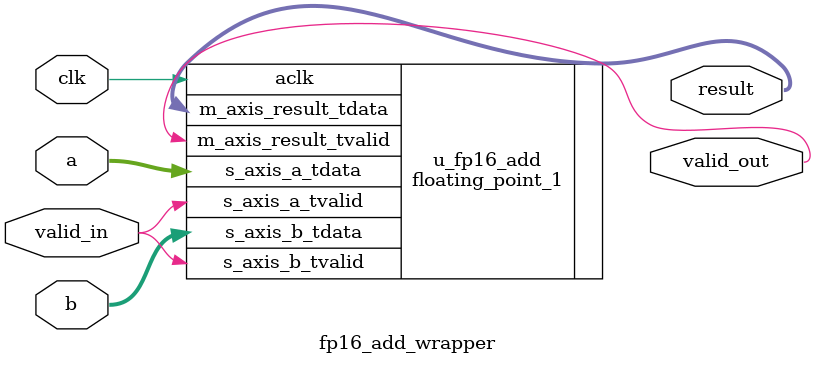
<source format=v>
module fp16_add_wrapper (
    input  wire clk,
    input  wire [15:0] a,
    input  wire [15:0] b,
    input  wire        valid_in,
    output wire [15:0] result,
    output wire        valid_out
);
    floating_point_1 u_fp16_add (
        .aclk(clk),
        .s_axis_a_tvalid(valid_in),
        .s_axis_a_tdata(a),
        .s_axis_b_tvalid(valid_in),
        .s_axis_b_tdata(b),
        .m_axis_result_tvalid(valid_out),
        .m_axis_result_tdata(result)
    );
endmodule

</source>
